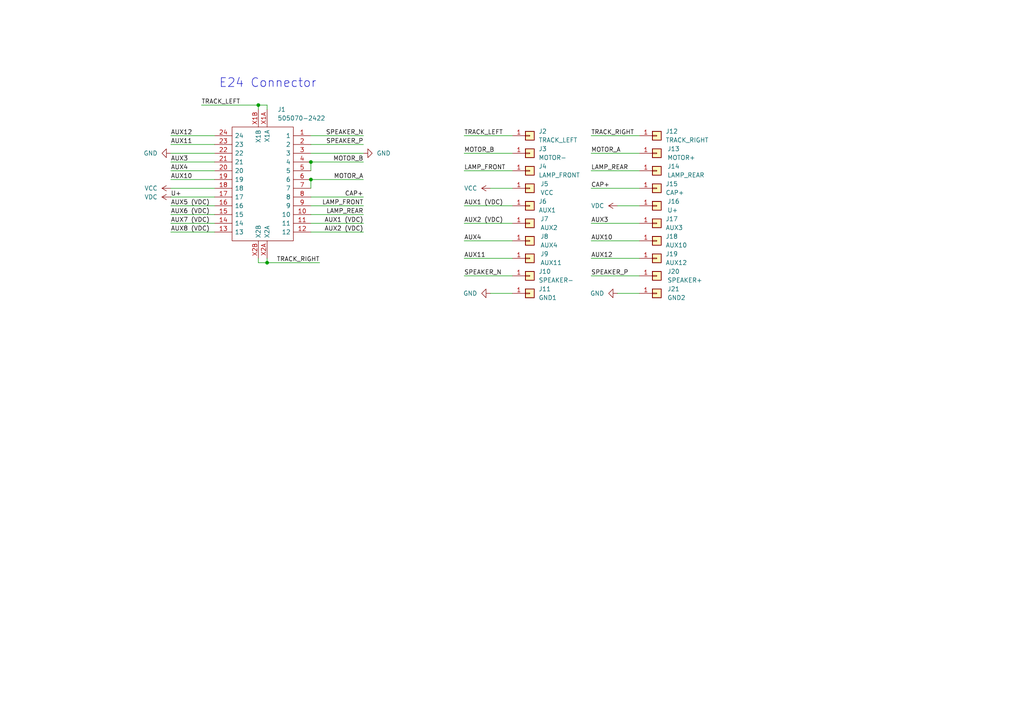
<source format=kicad_sch>
(kicad_sch (version 20250114) (generator "eeschema") (generator_version "9.0")
  (paper "A4")
  (title_block (date "2025-02-23") (rev "v0.1.0"))
  (lib_symbols
    (symbol "e24-receiver-board:505070-2422" (pin_names (offset 0.762))
      (property "Reference" "J" (at 39.37 12.7 0))
      (property "Value" "505070-2422" (at 39.37 10.16 0))
      (symbol "505070-2422_0_1"
        (polyline (pts (xy 5.08 7.62) (xy 38.1 7.62) (xy 38.1 -10.16) (xy 5.08 -10.16) (xy 5.08 7.62)) (stroke (width 0.1524)))
      )
      (symbol "505070-2422_1_0"
        (pin passive line (at 0 0 0) (length 5.08) (name "X1A") (number "X1A"))
        (pin passive line (at 0 -2.54 0) (length 5.08) (name "X1B") (number "X1B"))
        (pin passive line (at 7.62 12.7 270) (length 5.08) (name "1") (number "1"))
        (pin passive line (at 7.62 -15.24 90) (length 5.08) (name "24") (number "24"))
        (pin passive line (at 10.16 12.7 270) (length 5.08) (name "2") (number "2"))
        (pin passive line (at 10.16 -15.24 90) (length 5.08) (name "23") (number "23"))
        (pin passive line (at 12.7 12.7 270) (length 5.08) (name "3") (number "3"))
        (pin passive line (at 12.7 -15.24 90) (length 5.08) (name "22") (number "22"))
        (pin passive line (at 15.24 12.7 270) (length 5.08) (name "4") (number "4"))
        (pin passive line (at 15.24 -15.24 90) (length 5.08) (name "21") (number "21"))
        (pin passive line (at 17.78 12.7 270) (length 5.08) (name "5") (number "5"))
        (pin passive line (at 17.78 -15.24 90) (length 5.08) (name "20") (number "20"))
        (pin passive line (at 20.32 12.7 270) (length 5.08) (name "6") (number "6"))
        (pin passive line (at 20.32 -15.24 90) (length 5.08) (name "19") (number "19"))
        (pin passive line (at 22.86 12.7 270) (length 5.08) (name "7") (number "7"))
        (pin passive line (at 22.86 -15.24 90) (length 5.08) (name "18") (number "18"))
        (pin passive line (at 25.4 12.7 270) (length 5.08) (name "8") (number "8"))
        (pin passive line (at 25.4 -15.24 90) (length 5.08) (name "17") (number "17"))
        (pin passive line (at 27.94 12.7 270) (length 5.08) (name "9") (number "9"))
        (pin passive line (at 27.94 -15.24 90) (length 5.08) (name "16") (number "16"))
        (pin passive line (at 30.48 12.7 270) (length 5.08) (name "10") (number "10"))
        (pin passive line (at 30.48 -15.24 90) (length 5.08) (name "15") (number "15"))
        (pin passive line (at 33.02 12.7 270) (length 5.08) (name "11") (number "11"))
        (pin passive line (at 33.02 -15.24 90) (length 5.08) (name "14") (number "14"))
        (pin passive line (at 35.56 12.7 270) (length 5.08) (name "12") (number "12"))
        (pin passive line (at 35.56 -15.24 90) (length 5.08) (name "13") (number "13"))
        (pin passive line (at 43.18 0 180) (length 5.08) (name "X2A") (number "X2A"))
        (pin passive line (at 43.18 -2.54 180) (length 5.08) (name "X2B") (number "X2B"))
      )
    )
    (symbol "e24-receiver-board:Conn_01x01" (pin_names (offset 1.016) (hide yes))
      (property "Reference" "J" (at 0 2.54 0))
      (property "Value" "Conn_01x01" (at 0 -2.54 0))
      (symbol "Conn_01x01_1_1"
        (rectangle (start -1.27 1.27) (end 1.27 -1.27) (stroke (width 0.254)) (fill (type background)))
        (rectangle (start -1.27 0.127) (end 0 -0.127) (stroke (width 0.1524)))
        (pin passive line (at -5.08 0 0) (length 3.81) (name "Pin_1") (number "1"))
      )
    )
    (symbol "e24-receiver-board:GND" (power) (pin_numbers (hide yes)) (pin_names (offset 0) (hide yes))
      (property "Value" "GND" (at 0 -3.81 0))
      (symbol "GND_0_1"
        (polyline (pts (xy 0 0) (xy 0 -1.27) (xy 1.27 -1.27) (xy 0 -2.54) (xy -1.27 -1.27) (xy 0 -1.27)))
      )
      (symbol "GND_1_1"
        (pin power_in line (at 0 0 270) (length 0) (name "~") (number "1"))
      )
    )
    (symbol "e24-receiver-board:VCC" (power) (pin_numbers (hide yes)) (pin_names (offset 0) (hide yes))
      (property "Value" "VCC" (at 0 3.556 0))
      (symbol "VCC_0_1"
        (polyline (pts (xy -0.762 1.27) (xy 0 2.54)))
        (polyline (pts (xy 0 2.54) (xy 0.762 1.27)))
        (polyline (pts (xy 0 0) (xy 0 2.54)))
      )
      (symbol "VCC_1_1"
        (pin power_in line (at 0 0 90) (length 0) (name "~") (number "1"))
      )
    )
    (symbol "e24-receiver-board:VDC" (power) (pin_numbers (hide yes)) (pin_names (offset 0) (hide yes))
      (property "Value" "VDC" (at 0 3.556 0))
      (symbol "VDC_0_1"
        (polyline (pts (xy -0.762 1.27) (xy 0 2.54)))
        (polyline (pts (xy 0 2.54) (xy 0.762 1.27)))
        (polyline (pts (xy 0 0) (xy 0 2.54)))
      )
      (symbol "VDC_1_1"
        (pin power_in line (at 0 0 90) (length 0) (name "~") (number "1"))
      )
    )
  )
  (text "E24 Connector" (at 63.5 25.654 0) (effects (font (size 2.54 2.54)) (justify left bottom)))
  (junction (at 74.93 30.48))
  (junction (at 90.17 52.07))
  (junction (at 90.17 46.99))
  (junction (at 77.47 76.2))
  (wire (pts (xy 171.45 49.53) (xy 185.42 49.53)))
  (wire (pts (xy 49.53 54.61) (xy 62.23 54.61)))
  (wire (pts (xy 49.53 52.07) (xy 62.23 52.07)))
  (wire (pts (xy 90.17 46.99) (xy 90.17 49.53)))
  (wire (pts (xy 171.45 44.45) (xy 185.42 44.45)))
  (wire (pts (xy 74.93 74.93) (xy 74.93 76.2)))
  (wire (pts (xy 90.17 52.07) (xy 90.17 54.61)))
  (wire (pts (xy 49.53 49.53) (xy 62.23 49.53)))
  (wire (pts (xy 49.53 59.69) (xy 62.23 59.69)))
  (wire (pts (xy 49.53 64.77) (xy 62.23 64.77)))
  (wire (pts (xy 134.62 80.01) (xy 148.59 80.01)))
  (wire (pts (xy 134.62 69.85) (xy 148.59 69.85)))
  (wire (pts (xy 105.41 59.69) (xy 90.17 59.69)))
  (wire (pts (xy 134.62 59.69) (xy 148.59 59.69)))
  (wire (pts (xy 105.41 62.23) (xy 90.17 62.23)))
  (wire (pts (xy 105.41 67.31) (xy 90.17 67.31)))
  (wire (pts (xy 49.53 41.91) (xy 62.23 41.91)))
  (wire (pts (xy 74.93 76.2) (xy 77.47 76.2)))
  (wire (pts (xy 58.42 30.48) (xy 74.93 30.48)))
  (wire (pts (xy 49.53 46.99) (xy 62.23 46.99)))
  (wire (pts (xy 134.62 74.93) (xy 148.59 74.93)))
  (wire (pts (xy 90.17 39.37) (xy 105.41 39.37)))
  (wire (pts (xy 49.53 67.31) (xy 62.23 67.31)))
  (wire (pts (xy 90.17 52.07) (xy 105.41 52.07)))
  (wire (pts (xy 171.45 39.37) (xy 185.42 39.37)))
  (wire (pts (xy 105.41 57.15) (xy 90.17 57.15)))
  (wire (pts (xy 134.62 39.37) (xy 148.59 39.37)))
  (wire (pts (xy 142.24 85.09) (xy 148.59 85.09)))
  (wire (pts (xy 171.45 54.61) (xy 185.42 54.61)))
  (wire (pts (xy 171.45 80.01) (xy 185.42 80.01)))
  (wire (pts (xy 171.45 69.85) (xy 185.42 69.85)))
  (wire (pts (xy 90.17 46.99) (xy 105.41 46.99)))
  (wire (pts (xy 49.53 39.37) (xy 62.23 39.37)))
  (wire (pts (xy 134.62 49.53) (xy 148.59 49.53)))
  (wire (pts (xy 49.53 62.23) (xy 62.23 62.23)))
  (wire (pts (xy 74.93 30.48) (xy 77.47 30.48)))
  (wire (pts (xy 90.17 44.45) (xy 105.41 44.45)))
  (wire (pts (xy 74.93 31.75) (xy 74.93 30.48)))
  (wire (pts (xy 179.07 85.09) (xy 185.42 85.09)))
  (wire (pts (xy 105.41 64.77) (xy 90.17 64.77)))
  (wire (pts (xy 77.47 31.75) (xy 77.47 30.48)))
  (wire (pts (xy 171.45 64.77) (xy 185.42 64.77)))
  (wire (pts (xy 142.24 54.61) (xy 148.59 54.61)))
  (wire (pts (xy 49.53 57.15) (xy 62.23 57.15)))
  (wire (pts (xy 49.53 44.45) (xy 62.23 44.45)))
  (wire (pts (xy 77.47 76.2) (xy 92.71 76.2)))
  (wire (pts (xy 179.07 59.69) (xy 185.42 59.69)))
  (wire (pts (xy 77.47 74.93) (xy 77.47 76.2)))
  (wire (pts (xy 134.62 44.45) (xy 148.59 44.45)))
  (wire (pts (xy 171.45 74.93) (xy 185.42 74.93)))
  (wire (pts (xy 90.17 41.91) (xy 105.41 41.91)))
  (wire (pts (xy 134.62 64.77) (xy 148.59 64.77)))
  (label "LAMP_REAR" (at 171.45 49.53 0))
  (label "AUX3" (at 171.45 64.77 0))
  (label "AUX1 (VDC)" (at 134.62 59.69 0))
  (label "TRACK_RIGHT" (at 92.71 76.2 180))
  (label "AUX2 (VDC)" (at 134.62 64.77 0))
  (label "AUX12" (at 49.53 39.37 0))
  (label "AUX12" (at 171.45 74.93 0))
  (label "AUX4" (at 134.62 69.85 0))
  (label "MOTOR_A" (at 105.41 52.07 180))
  (label "MOTOR_B" (at 105.41 46.99 180))
  (label "CAP+" (at 105.41 57.15 180))
  (label "AUX1 (VDC)" (at 105.41 64.77 180))
  (label "TRACK_LEFT" (at 134.62 39.37 0))
  (label "U+" (at 49.53 57.15 0))
  (label "TRACK_LEFT" (at 58.42 30.48 0))
  (label "AUX3" (at 49.53 46.99 0))
  (label "AUX5 (VDC)" (at 49.53 59.69 0))
  (label "TRACK_RIGHT" (at 171.45 39.37 0))
  (label "LAMP_FRONT" (at 134.62 49.53 0))
  (label "LAMP_FRONT" (at 105.41 59.69 180))
  (label "SPEAKER_N" (at 134.62 80.01 0))
  (label "AUX10" (at 49.53 52.07 0))
  (label "AUX8 (VDC)" (at 49.53 67.31 0))
  (label "AUX10" (at 171.45 69.85 0))
  (label "AUX2 (VDC)" (at 105.41 67.31 180))
  (label "AUX6 (VDC)" (at 49.53 62.23 0))
  (label "AUX4" (at 49.53 49.53 0))
  (label "LAMP_REAR" (at 105.41 62.23 180))
  (label "MOTOR_A" (at 171.45 44.45 0))
  (label "SPEAKER_N" (at 105.41 39.37 180))
  (label "CAP+" (at 171.45 54.61 0))
  (label "AUX11" (at 134.62 74.93 0))
  (label "SPEAKER_P" (at 105.41 41.91 180))
  (label "AUX11" (at 49.53 41.91 0))
  (label "AUX7 (VDC)" (at 49.53 64.77 0))
  (label "MOTOR_B" (at 134.62 44.45 0))
  (label "SPEAKER_P" (at 171.45 80.01 0))
  (symbol (lib_id "e24-receiver-board:GND") (at 105.41 44.45 90) (unit 1)
    (property "Reference" "#PWR04" (effects (hide yes)))
    (property "Value" "GND" (at 109.22 44.4499 90) (effects (justify right)))
    (property "Description" "Power symbol creates a global label with name \"GND\" , ground" (effects (hide yes)))
  )
  (symbol (lib_id "e24-receiver-board:Conn_01x01") (at 153.67 54.61 0) (unit 1)
    (property "Reference" "J5" (at 156.718 53.3399 0) (effects (justify left)))
    (property "Value" "VCC" (at 156.718 55.8799 0) (effects (justify left)))
    (property "Footprint" "e24-receiver-board:SolderWirePad_1x01_SMD_1x2mm" (effects (hide yes)))
    (property "Description" "Generic connector, single row, 01x01, script generated (kicad-library-utils/schlib/autogen/connector/)" (effects (hide yes)))
  )
  (symbol (lib_id "e24-receiver-board:Conn_01x01") (at 190.5 69.85 0) (unit 1)
    (property "Reference" "J18" (at 193.04 68.5799 0) (effects (justify left)))
    (property "Value" "AUX10" (at 193.04 71.1199 0) (effects (justify left)))
    (property "Footprint" "e24-receiver-board:SolderWirePad_1x01_SMD_1x2mm" (effects (hide yes)))
    (property "Description" "Generic connector, single row, 01x01, script generated (kicad-library-utils/schlib/autogen/connector/)" (effects (hide yes)))
  )
  (symbol (lib_id "e24-receiver-board:Conn_01x01") (at 153.67 80.01 0) (unit 1)
    (property "Reference" "J10" (at 156.21 78.7399 0) (effects (justify left)))
    (property "Value" "SPEAKER-" (at 156.21 81.2799 0) (effects (justify left)))
    (property "Footprint" "e24-receiver-board:SolderWirePad_1x01_SMD_1x2mm" (effects (hide yes)))
    (property "Description" "Generic connector, single row, 01x01, script generated (kicad-library-utils/schlib/autogen/connector/)" (effects (hide yes)))
  )
  (symbol (lib_id "e24-receiver-board:Conn_01x01") (at 153.67 39.37 0) (unit 1)
    (property "Reference" "J2" (at 156.21 38.0999 0) (effects (justify left)))
    (property "Value" "TRACK_LEFT" (at 156.21 40.6399 0) (effects (justify left)))
    (property "Footprint" "e24-receiver-board:SolderWirePad_1x01_SMD_1.5x3mm" (effects (hide yes)))
    (property "Description" "Generic connector, single row, 01x01, script generated (kicad-library-utils/schlib/autogen/connector/)" (effects (hide yes)))
  )
  (symbol (lib_id "e24-receiver-board:VCC") (at 49.53 54.61 90) (unit 1)
    (property "Reference" "#PWR02" (effects (hide yes)))
    (property "Value" "VCC" (at 45.72 54.6099 90) (effects (justify left)))
    (property "Description" "Power symbol creates a global label with name \"VCC\"" (effects (hide yes)))
  )
  (symbol (lib_id "e24-receiver-board:Conn_01x01") (at 153.67 85.09 0) (unit 1)
    (property "Reference" "J11" (at 156.21 83.8199 0) (effects (justify left)))
    (property "Value" "GND1" (at 156.21 86.3599 0) (effects (justify left)))
    (property "Footprint" "e24-receiver-board:SolderWirePad_1x01_SMD_1.5x3mm" (effects (hide yes)))
    (property "Description" "Generic connector, single row, 01x01, script generated (kicad-library-utils/schlib/autogen/connector/)" (effects (hide yes)))
  )
  (symbol (lib_id "e24-receiver-board:Conn_01x01") (at 153.67 64.77 0) (unit 1)
    (property "Reference" "J7" (at 156.718 63.4999 0) (effects (justify left)))
    (property "Value" "AUX2" (at 156.718 66.0399 0) (effects (justify left)))
    (property "Footprint" "e24-receiver-board:SolderWirePad_1x01_SMD_1x2mm" (effects (hide yes)))
    (property "Description" "Generic connector, single row, 01x01, script generated (kicad-library-utils/schlib/autogen/connector/)" (effects (hide yes)))
  )
  (symbol (lib_id "e24-receiver-board:VDC") (at 49.53 57.15 90) (unit 1)
    (property "Reference" "#PWR03" (effects (hide yes)))
    (property "Value" "VDC" (at 45.72 57.1499 90) (effects (justify left)))
    (property "Description" "Power symbol creates a global label with name \"VDC\"" (effects (hide yes)))
  )
  (symbol (lib_id "e24-receiver-board:Conn_01x01") (at 153.67 69.85 0) (unit 1)
    (property "Reference" "J8" (at 156.718 68.5799 0) (effects (justify left)))
    (property "Value" "AUX4" (at 156.718 71.1199 0) (effects (justify left)))
    (property "Footprint" "e24-receiver-board:SolderWirePad_1x01_SMD_1x2mm" (effects (hide yes)))
    (property "Description" "Generic connector, single row, 01x01, script generated (kicad-library-utils/schlib/autogen/connector/)" (effects (hide yes)))
  )
  (symbol (lib_id "e24-receiver-board:505070-2422") (at 77.47 31.75 270) (unit 1)
    (property "Reference" "J1" (at 80.4865 31.75 90) (effects (justify left)))
    (property "Value" "505070-2422" (at 80.4865 34.29 90) (effects (justify left)))
    (property "Footprint" "e24-receiver-board:CONN-SMD_24P-P0.35_5050702422" (effects (hide yes)))
    (property "Datasheet" "https://componentsearchengine.com/Datasheets/1/505070-2422.pdf" (effects (hide yes)))
    (property "Description" "SlimStack Board-to-Board Connector, 0.35mm Pitch, SSB RP Series, Plug, 0.60 or 0.70mm Mated Height, 2.00mm Mated Width,  Circuits, Armor Nail, 0.15mm Fitting Nail Width" (effects (hide yes)))
    (property "Height" "0.53" (effects (hide yes)))
    (property "Manufacturer_Name" "Molex" (effects (hide yes)))
    (property "Manufacturer_Part_Number" "505070-2422" (effects (hide yes)))
    (property "LCSC" "C724143" (effects (hide yes)))
  )
  (symbol (lib_id "e24-receiver-board:Conn_01x01") (at 153.67 59.69 0) (unit 1)
    (property "Reference" "J6" (at 156.21 58.4199 0) (effects (justify left)))
    (property "Value" "AUX1" (at 156.21 60.9599 0) (effects (justify left)))
    (property "Footprint" "e24-receiver-board:SolderWirePad_1x01_SMD_1x2mm" (effects (hide yes)))
    (property "Description" "Generic connector, single row, 01x01, script generated (kicad-library-utils/schlib/autogen/connector/)" (effects (hide yes)))
  )
  (symbol (lib_id "e24-receiver-board:VCC") (at 142.24 54.61 90) (unit 1)
    (property "Reference" "#PWR05" (effects (hide yes)))
    (property "Value" "VCC" (at 138.43 54.6099 90) (effects (justify left)))
    (property "Description" "Power symbol creates a global label with name \"VCC\"" (effects (hide yes)))
  )
  (symbol (lib_id "e24-receiver-board:Conn_01x01") (at 153.67 74.93 0) (unit 1)
    (property "Reference" "J9" (at 156.718 73.6599 0) (effects (justify left)))
    (property "Value" "AUX11" (at 156.718 76.1999 0) (effects (justify left)))
    (property "Footprint" "e24-receiver-board:SolderWirePad_1x01_SMD_1x2mm" (effects (hide yes)))
    (property "Description" "Generic connector, single row, 01x01, script generated (kicad-library-utils/schlib/autogen/connector/)" (effects (hide yes)))
  )
  (symbol (lib_id "e24-receiver-board:Conn_01x01") (at 190.5 39.37 0) (unit 1)
    (property "Reference" "J12" (at 193.04 38.0999 0) (effects (justify left)))
    (property "Value" "TRACK_RIGHT" (at 193.04 40.6399 0) (effects (justify left)))
    (property "Footprint" "e24-receiver-board:SolderWirePad_1x01_SMD_1.5x3mm" (effects (hide yes)))
    (property "Description" "Generic connector, single row, 01x01, script generated (kicad-library-utils/schlib/autogen/connector/)" (effects (hide yes)))
  )
  (symbol (lib_id "e24-receiver-board:GND") (at 49.53 44.45 270) (unit 1)
    (property "Reference" "#PWR01" (effects (hide yes)))
    (property "Value" "GND" (at 45.72 44.4499 90) (effects (justify right)))
    (property "Description" "Power symbol creates a global label with name \"GND\" , ground" (effects (hide yes)))
  )
  (symbol (lib_id "e24-receiver-board:GND") (at 142.24 85.09 270) (unit 1)
    (property "Reference" "#PWR06" (effects (hide yes)))
    (property "Value" "GND" (at 138.43 85.0899 90) (effects (justify right)))
    (property "Description" "Power symbol creates a global label with name \"GND\" , ground" (effects (hide yes)))
  )
  (symbol (lib_id "e24-receiver-board:Conn_01x01") (at 190.5 59.69 0) (unit 1)
    (property "Reference" "J16" (at 193.548 58.4199 0) (effects (justify left)))
    (property "Value" "U+" (at 193.548 60.9599 0) (effects (justify left)))
    (property "Footprint" "e24-receiver-board:SolderWirePad_1x01_SMD_1x2mm" (effects (hide yes)))
    (property "Description" "Generic connector, single row, 01x01, script generated (kicad-library-utils/schlib/autogen/connector/)" (effects (hide yes)))
  )
  (symbol (lib_id "e24-receiver-board:Conn_01x01") (at 190.5 74.93 0) (unit 1)
    (property "Reference" "J19" (at 193.04 73.6599 0) (effects (justify left)))
    (property "Value" "AUX12" (at 193.04 76.1999 0) (effects (justify left)))
    (property "Footprint" "e24-receiver-board:SolderWirePad_1x01_SMD_1x2mm" (effects (hide yes)))
    (property "Description" "Generic connector, single row, 01x01, script generated (kicad-library-utils/schlib/autogen/connector/)" (effects (hide yes)))
  )
  (symbol (lib_id "e24-receiver-board:Conn_01x01") (at 190.5 44.45 0) (unit 1)
    (property "Reference" "J13" (at 193.548 43.1799 0) (effects (justify left)))
    (property "Value" "MOTOR+" (at 193.548 45.7199 0) (effects (justify left)))
    (property "Footprint" "e24-receiver-board:SolderWirePad_1x01_SMD_1.5x3mm" (effects (hide yes)))
    (property "Description" "Generic connector, single row, 01x01, script generated (kicad-library-utils/schlib/autogen/connector/)" (effects (hide yes)))
  )
  (symbol (lib_id "e24-receiver-board:GND") (at 179.07 85.09 270) (unit 1)
    (property "Reference" "#PWR08" (effects (hide yes)))
    (property "Value" "GND" (at 175.26 85.0899 90) (effects (justify right)))
    (property "Description" "Power symbol creates a global label with name \"GND\" , ground" (effects (hide yes)))
  )
  (symbol (lib_id "e24-receiver-board:Conn_01x01") (at 153.67 44.45 0) (unit 1)
    (property "Reference" "J3" (at 156.21 43.1799 0) (effects (justify left)))
    (property "Value" "MOTOR-" (at 156.21 45.7199 0) (effects (justify left)))
    (property "Footprint" "e24-receiver-board:SolderWirePad_1x01_SMD_1.5x3mm" (effects (hide yes)))
    (property "Description" "Generic connector, single row, 01x01, script generated (kicad-library-utils/schlib/autogen/connector/)" (effects (hide yes)))
  )
  (symbol (lib_id "e24-receiver-board:Conn_01x01") (at 190.5 64.77 0) (unit 1)
    (property "Reference" "J17" (at 193.04 63.4999 0) (effects (justify left)))
    (property "Value" "AUX3" (at 193.04 66.0399 0) (effects (justify left)))
    (property "Footprint" "e24-receiver-board:SolderWirePad_1x01_SMD_1x2mm" (effects (hide yes)))
    (property "Description" "Generic connector, single row, 01x01, script generated (kicad-library-utils/schlib/autogen/connector/)" (effects (hide yes)))
  )
  (symbol (lib_id "e24-receiver-board:Conn_01x01") (at 190.5 85.09 0) (unit 1)
    (property "Reference" "J21" (at 193.548 83.8199 0) (effects (justify left)))
    (property "Value" "GND2" (at 193.548 86.3599 0) (effects (justify left)))
    (property "Footprint" "e24-receiver-board:SolderWirePad_1x01_SMD_1.5x3mm" (effects (hide yes)))
    (property "Description" "Generic connector, single row, 01x01, script generated (kicad-library-utils/schlib/autogen/connector/)" (effects (hide yes)))
  )
  (symbol (lib_id "e24-receiver-board:Conn_01x01") (at 190.5 80.01 0) (unit 1)
    (property "Reference" "J20" (at 193.548 78.7399 0) (effects (justify left)))
    (property "Value" "SPEAKER+" (at 193.548 81.2799 0) (effects (justify left)))
    (property "Footprint" "e24-receiver-board:SolderWirePad_1x01_SMD_1x2mm" (effects (hide yes)))
    (property "Description" "Generic connector, single row, 01x01, script generated (kicad-library-utils/schlib/autogen/connector/)" (effects (hide yes)))
  )
  (symbol (lib_id "e24-receiver-board:Conn_01x01") (at 190.5 54.61 0) (unit 1)
    (property "Reference" "J15" (at 193.04 53.3399 0) (effects (justify left)))
    (property "Value" "CAP+" (at 193.04 55.8799 0) (effects (justify left)))
    (property "Footprint" "e24-receiver-board:SolderWirePad_1x01_SMD_1x2mm" (effects (hide yes)))
    (property "Description" "Generic connector, single row, 01x01, script generated (kicad-library-utils/schlib/autogen/connector/)" (effects (hide yes)))
  )
  (symbol (lib_id "e24-receiver-board:VDC") (at 179.07 59.69 90) (unit 1)
    (property "Reference" "#PWR07" (effects (hide yes)))
    (property "Value" "VDC" (at 175.26 59.6899 90) (effects (justify left)))
    (property "Description" "Power symbol creates a global label with name \"VDC\"" (effects (hide yes)))
  )
  (symbol (lib_id "e24-receiver-board:Conn_01x01") (at 153.67 49.53 0) (unit 1)
    (property "Reference" "J4" (at 156.21 48.2599 0) (effects (justify left)))
    (property "Value" "LAMP_FRONT" (at 156.21 50.7999 0) (effects (justify left)))
    (property "Footprint" "e24-receiver-board:SolderWirePad_1x01_SMD_1x2mm" (effects (hide yes)))
    (property "Description" "Generic connector, single row, 01x01, script generated (kicad-library-utils/schlib/autogen/connector/)" (effects (hide yes)))
  )
  (symbol (lib_id "e24-receiver-board:Conn_01x01") (at 190.5 49.53 0) (unit 1)
    (property "Reference" "J14" (at 193.548 48.2599 0) (effects (justify left)))
    (property "Value" "LAMP_REAR" (at 193.548 50.7999 0) (effects (justify left)))
    (property "Footprint" "e24-receiver-board:SolderWirePad_1x01_SMD_1x2mm" (effects (hide yes)))
    (property "Description" "Generic connector, single row, 01x01, script generated (kicad-library-utils/schlib/autogen/connector/)" (effects (hide yes)))
  )
)
</source>
